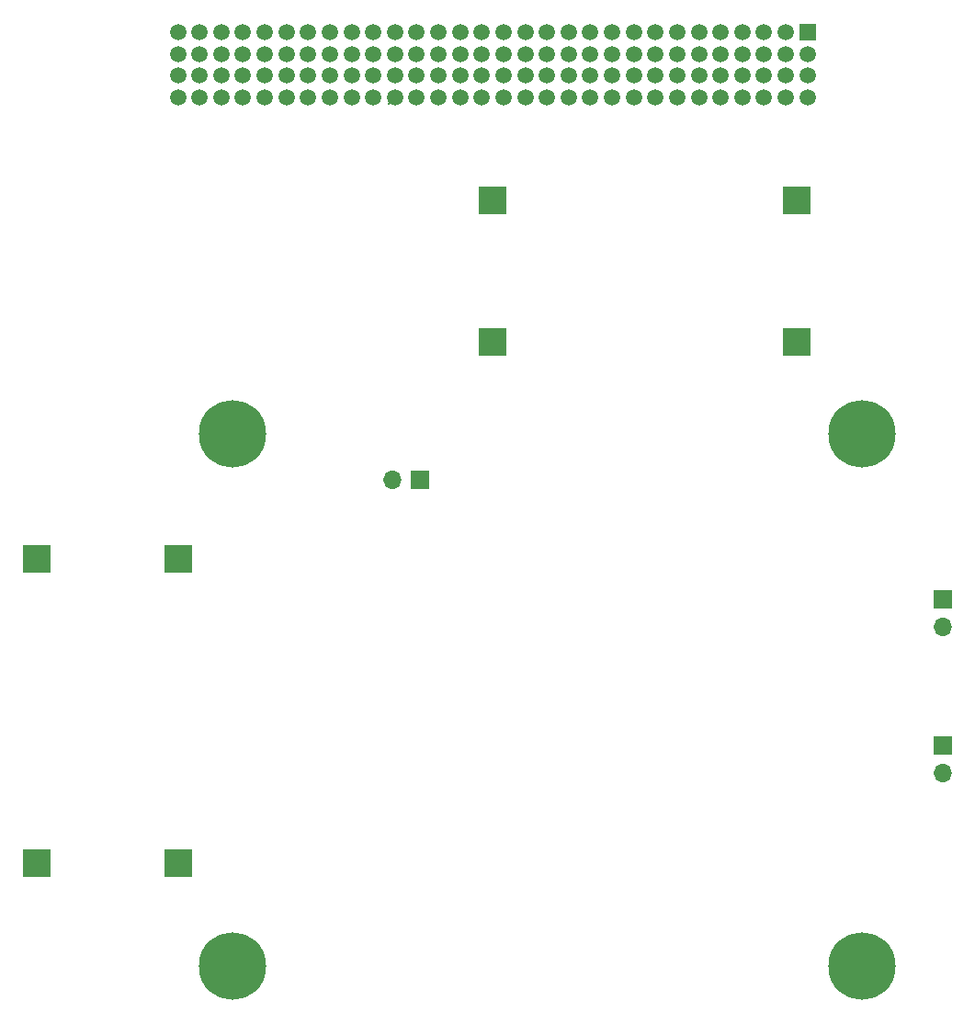
<source format=gbr>
%TF.GenerationSoftware,KiCad,Pcbnew,8.0.0*%
%TF.CreationDate,2025-01-17T03:21:48+02:00*%
%TF.ProjectId,diplomna_2024_solar_pcb_layout,6469706c-6f6d-46e6-915f-323032345f73,rev?*%
%TF.SameCoordinates,Original*%
%TF.FileFunction,Copper,L3,Inr*%
%TF.FilePolarity,Positive*%
%FSLAX46Y46*%
G04 Gerber Fmt 4.6, Leading zero omitted, Abs format (unit mm)*
G04 Created by KiCad (PCBNEW 8.0.0) date 2025-01-17 03:21:48*
%MOMM*%
%LPD*%
G01*
G04 APERTURE LIST*
%TA.AperFunction,ComponentPad*%
%ADD10R,2.500000X2.500000*%
%TD*%
%TA.AperFunction,ComponentPad*%
%ADD11R,1.700000X1.700000*%
%TD*%
%TA.AperFunction,ComponentPad*%
%ADD12O,1.700000X1.700000*%
%TD*%
%TA.AperFunction,ComponentPad*%
%ADD13C,6.200000*%
%TD*%
%TA.AperFunction,ComponentPad*%
%ADD14R,1.500000X1.500000*%
%TD*%
%TA.AperFunction,ComponentPad*%
%ADD15C,1.500000*%
%TD*%
%TA.AperFunction,Conductor*%
%ADD16C,0.200000*%
%TD*%
G04 APERTURE END LIST*
D10*
%TO.N,vdd*%
%TO.C,REF\u002A\u002A*%
X198000000Y-109000000D03*
%TD*%
%TO.N,BAT-OUT*%
%TO.C,REF\u002A\u002A*%
X198000000Y-137000000D03*
%TD*%
%TO.N,GND*%
%TO.C,REF\u002A\u002A*%
X185000000Y-137000000D03*
%TD*%
%TO.N,GND*%
%TO.C,REF\u002A\u002A*%
X185000000Y-109000000D03*
%TD*%
%TO.N,GND*%
%TO.C,REF\u002A\u002A*%
X227000000Y-89000000D03*
%TD*%
%TO.N,vdd*%
%TO.C,REF\u002A\u002A*%
X227000000Y-76000000D03*
%TD*%
%TO.N,BAT-OUT*%
%TO.C,REF\u002A\u002A*%
X255000000Y-76000000D03*
%TD*%
%TO.N,GND*%
%TO.C,REF\u002A\u002A*%
X255000000Y-89000000D03*
%TD*%
D11*
%TO.N,-*%
%TO.C,REF\u002A\u002A*%
X220275000Y-101725000D03*
D12*
%TO.N,+*%
X217735000Y-101725000D03*
%TD*%
D11*
%TO.N,-*%
%TO.C,REF\u002A\u002A*%
X268500000Y-112725000D03*
D12*
%TO.N,+*%
X268500000Y-115265000D03*
%TD*%
D11*
%TO.N,GND*%
%TO.C,REF\u002A\u002A*%
X268500000Y-126225000D03*
D12*
%TO.N,BAT-IN*%
X268500000Y-128765000D03*
%TD*%
D13*
%TO.N,N/C*%
%TO.C,*%
X203000000Y-97500000D03*
X203000000Y-146500000D03*
X261000000Y-97500000D03*
X261000000Y-146500000D03*
%TD*%
D14*
%TO.N,GND*%
%TO.C,J\u002A\u002A*%
X256000000Y-60500000D03*
D15*
X254000000Y-60500000D03*
%TO.N,N/C*%
X252000000Y-60500000D03*
X250000000Y-60500000D03*
X248000000Y-60500000D03*
X246000000Y-60500000D03*
X244000000Y-60500000D03*
X242000000Y-60500000D03*
X240000000Y-60500000D03*
X238000000Y-60500000D03*
X236000000Y-60500000D03*
X234000000Y-60500000D03*
X232000000Y-60500000D03*
X230000000Y-60500000D03*
X228000000Y-60500000D03*
X226000000Y-60500000D03*
X224000000Y-60500000D03*
X222000000Y-60500000D03*
X220000000Y-60500000D03*
X218000000Y-60500000D03*
X216000000Y-60500000D03*
X214000000Y-60500000D03*
X212000000Y-60500000D03*
X210000000Y-60500000D03*
X208000000Y-60500000D03*
X206000000Y-60500000D03*
X204000000Y-60500000D03*
X202000000Y-60500000D03*
X200000000Y-60500000D03*
%TO.N,GND*%
X198000000Y-60500000D03*
X256000000Y-62500000D03*
%TO.N,N/C*%
X254000000Y-62500000D03*
X252000000Y-62500000D03*
X250000000Y-62500000D03*
X248000000Y-62500000D03*
X246000000Y-62500000D03*
X244000000Y-62500000D03*
X242000000Y-62500000D03*
X240000000Y-62500000D03*
X238000000Y-62500000D03*
X236000000Y-62500000D03*
X234000000Y-62500000D03*
X232000000Y-62500000D03*
X230000000Y-62500000D03*
X228000000Y-62500000D03*
X226000000Y-62500000D03*
X224000000Y-62500000D03*
X222000000Y-62500000D03*
X220000000Y-62500000D03*
X218000000Y-62500000D03*
X216000000Y-62500000D03*
X214000000Y-62500000D03*
X212000000Y-62500000D03*
X210000000Y-62500000D03*
X208000000Y-62500000D03*
X206000000Y-62500000D03*
X204000000Y-62500000D03*
X202000000Y-62500000D03*
X200000000Y-62500000D03*
X198000000Y-62500000D03*
%TO.N,BAT-IN*%
X256000000Y-64500000D03*
%TO.N,N/C*%
X254000000Y-64500000D03*
X252000000Y-64500000D03*
X250000000Y-64500000D03*
X248000000Y-64500000D03*
X246000000Y-64500000D03*
X244000000Y-64500000D03*
X242000000Y-64500000D03*
X240000000Y-64500000D03*
X238000000Y-64500000D03*
X236000000Y-64500000D03*
X234000000Y-64500000D03*
X232000000Y-64500000D03*
X230000000Y-64500000D03*
X228000000Y-64500000D03*
X226000000Y-64500000D03*
X224000000Y-64500000D03*
X222000000Y-64500000D03*
X220000000Y-64500000D03*
X218000000Y-64500000D03*
X216000000Y-64500000D03*
X214000000Y-64500000D03*
X212000000Y-64500000D03*
X210000000Y-64500000D03*
X208000000Y-64500000D03*
X206000000Y-64500000D03*
X204000000Y-64500000D03*
X202000000Y-64500000D03*
X200000000Y-64500000D03*
%TO.N,vdd*%
X198000000Y-64500000D03*
%TO.N,BAT-OUT*%
X256000000Y-66500000D03*
%TO.N,N/C*%
X254000000Y-66500000D03*
X252000000Y-66500000D03*
X250000000Y-66500000D03*
X248000000Y-66500000D03*
X246000000Y-66500000D03*
X244000000Y-66500000D03*
X242000000Y-66500000D03*
X240000000Y-66500000D03*
X238000000Y-66500000D03*
X236000000Y-66500000D03*
X234000000Y-66500000D03*
X232000000Y-66500000D03*
X230000000Y-66500000D03*
X228000000Y-66500000D03*
X226000000Y-66500000D03*
X224000000Y-66500000D03*
X222000000Y-66500000D03*
X220000000Y-66500000D03*
X218000000Y-66500000D03*
X216000000Y-66500000D03*
X214000000Y-66500000D03*
X212000000Y-66500000D03*
X210000000Y-66500000D03*
X208000000Y-66500000D03*
X206000000Y-66500000D03*
X204000000Y-66500000D03*
X202000000Y-66500000D03*
X200000000Y-66500000D03*
%TO.N,vdd*%
X198000000Y-66500000D03*
%TD*%
D16*
%TO.N,*%
X217400000Y-67100000D02*
X218000000Y-66500000D01*
%TD*%
M02*

</source>
